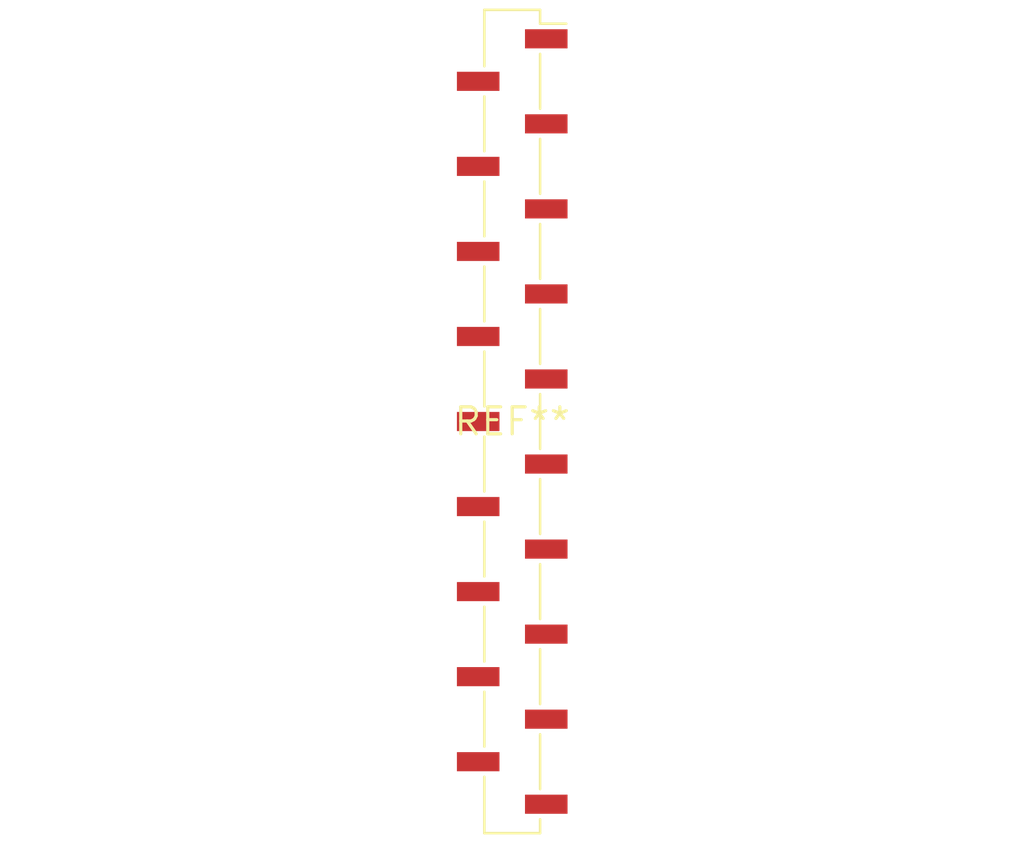
<source format=kicad_pcb>
(kicad_pcb (version 20240108) (generator pcbnew)
  (layers (0 "F.Cu" signal) (31 "B.Cu" signal) (34 "B.Paste" user) (35 "F.Paste" user) (36 "B.SilkS" user "B.Silkscreen") (37 "F.SilkS" user "F.Silkscreen") (38 "B.Mask" user) (39 "F.Mask" user) (44 "Edge.Cuts" user))
  (net 0 "")
  (footprint "PinSocket_1x19_P2.00mm_Vertical_SMD_Pin1Right" (layer "F.Cu") (at 0 0)
    (property "Reference" "REF**")
    (property "Value" "PinSocket_1x19_P2.00mm_Vertical_SMD_Pin1Right")
    (fp_line (start -1.31 -19.36) (end -1.31 -16.71) (layer "F.SilkS") (stroke (width 0.12)))
    (fp_line (start -1.31 -19.36) (end 1.31 -19.36) (layer "F.SilkS") (stroke (width 0.12)))
    (fp_line (start -1.31 -15.29) (end -1.31 -12.71) (layer "F.SilkS") (stroke (width 0.12)))
    (fp_line (start -1.31 -11.29) (end -1.31 -8.71) (layer "F.SilkS") (stroke (width 0.12)))
    (fp_line (start -1.31 -7.29) (end -1.31 -4.71) (layer "F.SilkS") (stroke (width 0.12)))
    (fp_line (start -1.31 -3.29) (end -1.31 -0.71) (layer "F.SilkS") (stroke (width 0.12)))
    (fp_line (start -1.31 0.71) (end -1.31 3.29) (layer "F.SilkS") (stroke (width 0.12)))
    (fp_line (start -1.31 4.71) (end -1.31 7.29) (layer "F.SilkS") (stroke (width 0.12)))
    (fp_line (start -1.31 8.71) (end -1.31 11.29) (layer "F.SilkS") (stroke (width 0.12)))
    (fp_line (start -1.31 12.71) (end -1.31 15.29) (layer "F.SilkS") (stroke (width 0.12)))
    (fp_line (start -1.31 16.71) (end -1.31 19.36) (layer "F.SilkS") (stroke (width 0.12)))
    (fp_line (start -1.31 19.36) (end 1.31 19.36) (layer "F.SilkS") (stroke (width 0.12)))
    (fp_line (start 1.31 -19.36) (end 1.31 -18.71) (layer "F.SilkS") (stroke (width 0.12)))
    (fp_line (start 1.31 -18.71) (end 2.54 -18.71) (layer "F.SilkS") (stroke (width 0.12)))
    (fp_line (start 1.31 -17.29) (end 1.31 -14.71) (layer "F.SilkS") (stroke (width 0.12)))
    (fp_line (start 1.31 -13.29) (end 1.31 -10.71) (layer "F.SilkS") (stroke (width 0.12)))
    (fp_line (start 1.31 -9.29) (end 1.31 -6.71) (layer "F.SilkS") (stroke (width 0.12)))
    (fp_line (start 1.31 -5.29) (end 1.31 -2.71) (layer "F.SilkS") (stroke (width 0.12)))
    (fp_line (start 1.31 -1.29) (end 1.31 1.29) (layer "F.SilkS") (stroke (width 0.12)))
    (fp_line (start 1.31 2.71) (end 1.31 5.29) (layer "F.SilkS") (stroke (width 0.12)))
    (fp_line (start 1.31 6.71) (end 1.31 9.29) (layer "F.SilkS") (stroke (width 0.12)))
    (fp_line (start 1.31 10.71) (end 1.31 13.29) (layer "F.SilkS") (stroke (width 0.12)))
    (fp_line (start 1.31 14.71) (end 1.31 17.29) (layer "F.SilkS") (stroke (width 0.12)))
    (fp_line (start 1.31 18.71) (end 1.31 19.36) (layer "F.SilkS") (stroke (width 0.12)))
    (pad "1" smd rect (at 1.6 -18) (size 2 0.9) (layers "F.Cu" "F.Paste" "F.Mask"))
    (pad "2" smd rect (at -1.6 -16) (size 2 0.9) (layers "F.Cu" "F.Paste" "F.Mask"))
    (pad "3" smd rect (at 1.6 -14) (size 2 0.9) (layers "F.Cu" "F.Paste" "F.Mask"))
    (pad "4" smd rect (at -1.6 -12) (size 2 0.9) (layers "F.Cu" "F.Paste" "F.Mask"))
    (pad "5" smd rect (at 1.6 -10) (size 2 0.9) (layers "F.Cu" "F.Paste" "F.Mask"))
    (pad "6" smd rect (at -1.6 -8) (size 2 0.9) (layers "F.Cu" "F.Paste" "F.Mask"))
    (pad "7" smd rect (at 1.6 -6) (size 2 0.9) (layers "F.Cu" "F.Paste" "F.Mask"))
    (pad "8" smd rect (at -1.6 -4) (size 2 0.9) (layers "F.Cu" "F.Paste" "F.Mask"))
    (pad "9" smd rect (at 1.6 -2) (size 2 0.9) (layers "F.Cu" "F.Paste" "F.Mask"))
    (pad "10" smd rect (at -1.6 0) (size 2 0.9) (layers "F.Cu" "F.Paste" "F.Mask"))
    (pad "11" smd rect (at 1.6 2) (size 2 0.9) (layers "F.Cu" "F.Paste" "F.Mask"))
    (pad "12" smd rect (at -1.6 4) (size 2 0.9) (layers "F.Cu" "F.Paste" "F.Mask"))
    (pad "13" smd rect (at 1.6 6) (size 2 0.9) (layers "F.Cu" "F.Paste" "F.Mask"))
    (pad "14" smd rect (at -1.6 8) (size 2 0.9) (layers "F.Cu" "F.Paste" "F.Mask"))
    (pad "15" smd rect (at 1.6 10) (size 2 0.9) (layers "F.Cu" "F.Paste" "F.Mask"))
    (pad "16" smd rect (at -1.6 12) (size 2 0.9) (layers "F.Cu" "F.Paste" "F.Mask"))
    (pad "17" smd rect (at 1.6 14) (size 2 0.9) (layers "F.Cu" "F.Paste" "F.Mask"))
    (pad "18" smd rect (at -1.6 16) (size 2 0.9) (layers "F.Cu" "F.Paste" "F.Mask"))
    (pad "19" smd rect (at 1.6 18) (size 2 0.9) (layers "F.Cu" "F.Paste" "F.Mask"))
  )
)
</source>
